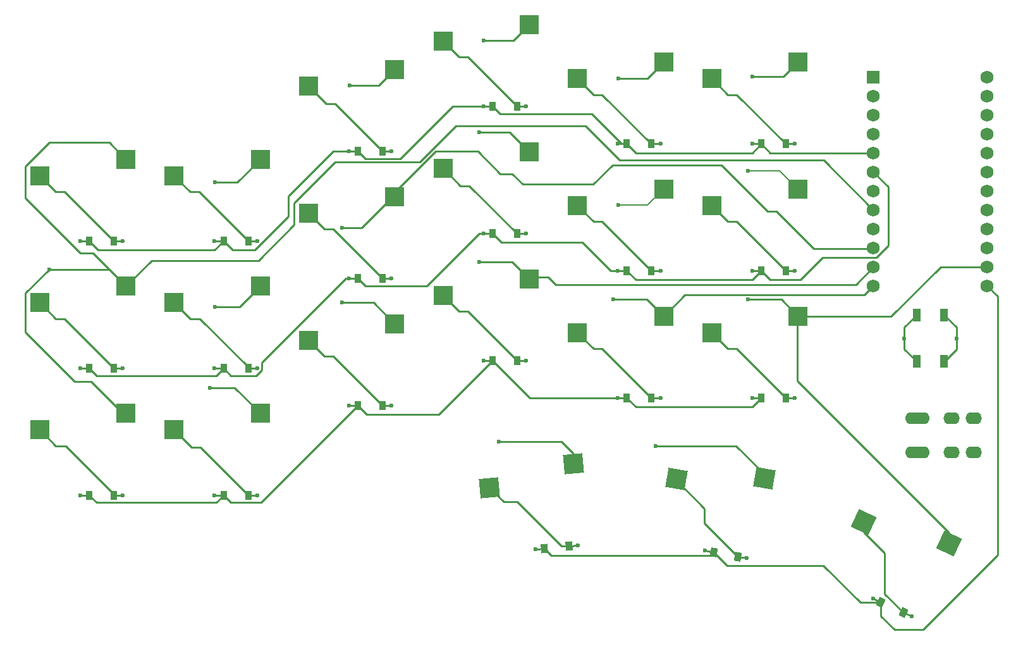
<source format=gbr>
%TF.GenerationSoftware,KiCad,Pcbnew,8.0.7*%
%TF.CreationDate,2024-12-30T14:18:56+04:00*%
%TF.ProjectId,ergoblock,6572676f-626c-46f6-936b-2e6b69636164,v1.0.0*%
%TF.SameCoordinates,Original*%
%TF.FileFunction,Copper,L1,Top*%
%TF.FilePolarity,Positive*%
%FSLAX46Y46*%
G04 Gerber Fmt 4.6, Leading zero omitted, Abs format (unit mm)*
G04 Created by KiCad (PCBNEW 8.0.7) date 2024-12-30 14:18:56*
%MOMM*%
%LPD*%
G01*
G04 APERTURE LIST*
G04 Aperture macros list*
%AMRotRect*
0 Rectangle, with rotation*
0 The origin of the aperture is its center*
0 $1 length*
0 $2 width*
0 $3 Rotation angle, in degrees counterclockwise*
0 Add horizontal line*
21,1,$1,$2,0,0,$3*%
G04 Aperture macros list end*
%TA.AperFunction,SMDPad,CuDef*%
%ADD10R,1.100000X1.800000*%
%TD*%
%TA.AperFunction,SMDPad,CuDef*%
%ADD11R,2.600000X2.600000*%
%TD*%
%TA.AperFunction,SMDPad,CuDef*%
%ADD12R,0.900000X1.200000*%
%TD*%
%TA.AperFunction,SMDPad,CuDef*%
%ADD13RotRect,2.600000X2.600000X350.000000*%
%TD*%
%TA.AperFunction,ComponentPad*%
%ADD14R,1.752600X1.752600*%
%TD*%
%TA.AperFunction,ComponentPad*%
%ADD15C,1.752600*%
%TD*%
%TA.AperFunction,ComponentPad*%
%ADD16C,0.600000*%
%TD*%
%TA.AperFunction,SMDPad,CuDef*%
%ADD17RotRect,2.600000X2.600000X5.000000*%
%TD*%
%TA.AperFunction,SMDPad,CuDef*%
%ADD18RotRect,0.900000X1.200000X335.000000*%
%TD*%
%TA.AperFunction,SMDPad,CuDef*%
%ADD19RotRect,0.900000X1.200000X5.000000*%
%TD*%
%TA.AperFunction,SMDPad,CuDef*%
%ADD20RotRect,0.900000X1.200000X350.000000*%
%TD*%
%TA.AperFunction,ComponentPad*%
%ADD21O,2.200000X1.600000*%
%TD*%
%TA.AperFunction,ComponentPad*%
%ADD22O,3.300000X1.600000*%
%TD*%
%TA.AperFunction,SMDPad,CuDef*%
%ADD23RotRect,2.600000X2.600000X335.000000*%
%TD*%
%TA.AperFunction,ViaPad*%
%ADD24C,0.600000*%
%TD*%
%TA.AperFunction,Conductor*%
%ADD25C,0.250000*%
%TD*%
%TA.AperFunction,Conductor*%
%ADD26C,0.200000*%
%TD*%
G04 APERTURE END LIST*
D10*
%TO.P,B1,1*%
%TO.N,GND*%
X262850000Y-130900000D03*
X262850000Y-137100000D03*
%TO.P,B1,2*%
%TO.N,RST*%
X259150000Y-130900000D03*
X259150000Y-137100000D03*
%TD*%
D11*
%TO.P,S6,1*%
%TO.N,P15*%
X171275000Y-110050000D03*
%TO.P,S6,2*%
%TO.N,pinkie_top*%
X159725000Y-112250000D03*
%TD*%
%TO.P,S1,1*%
%TO.N,P18*%
X153275000Y-144050000D03*
%TO.P,S1,2*%
%TO.N,outer_bottom*%
X141725000Y-146250000D03*
%TD*%
D12*
%TO.P,D3,1*%
%TO.N,P21*%
X148350000Y-121000000D03*
%TO.P,D3,2*%
%TO.N,outer_top*%
X151650000Y-121000000D03*
%TD*%
%TO.P,D6,1*%
%TO.N,P21*%
X166350000Y-121000000D03*
%TO.P,D6,2*%
%TO.N,pinkie_top*%
X169650000Y-121000000D03*
%TD*%
%TO.P,D14,1*%
%TO.N,P20*%
X220350000Y-125000000D03*
%TO.P,D14,2*%
%TO.N,index_home*%
X223650000Y-125000000D03*
%TD*%
D11*
%TO.P,S10,1*%
%TO.N,P16*%
X207275000Y-126050000D03*
%TO.P,S10,2*%
%TO.N,middle_bottom*%
X195725000Y-128250000D03*
%TD*%
D12*
%TO.P,D10,1*%
%TO.N,P19*%
X202350000Y-137000000D03*
%TO.P,D10,2*%
%TO.N,middle_bottom*%
X205650000Y-137000000D03*
%TD*%
%TO.P,D8,1*%
%TO.N,P20*%
X184350000Y-126000000D03*
%TO.P,D8,2*%
%TO.N,ring_home*%
X187650000Y-126000000D03*
%TD*%
D13*
%TO.P,S20,1*%
%TO.N,P10*%
X238758452Y-152709092D03*
%TO.P,S20,2*%
%TO.N,middle_cluster*%
X227001897Y-152870032D03*
%TD*%
D14*
%TO.P,MCU1,1*%
%TO.N,RAW*%
X253380000Y-99030000D03*
D15*
%TO.P,MCU1,2*%
%TO.N,GND*%
X253380000Y-101570000D03*
%TO.P,MCU1,3*%
%TO.N,RST*%
X253380000Y-104110000D03*
%TO.P,MCU1,4*%
%TO.N,VCC*%
X253380000Y-106650000D03*
%TO.P,MCU1,5*%
%TO.N,P21*%
X253380000Y-109190000D03*
%TO.P,MCU1,6*%
%TO.N,P20*%
X253380000Y-111730000D03*
%TO.P,MCU1,7*%
%TO.N,P19*%
X253380000Y-114270000D03*
%TO.P,MCU1,8*%
%TO.N,P18*%
X253380000Y-116810000D03*
%TO.P,MCU1,9*%
%TO.N,P15*%
X253380000Y-119350000D03*
%TO.P,MCU1,10*%
%TO.N,P14*%
X253380000Y-121890000D03*
%TO.P,MCU1,11*%
%TO.N,P16*%
X253380000Y-124430000D03*
%TO.P,MCU1,12*%
%TO.N,P10*%
X253380000Y-126970000D03*
%TO.P,MCU1,13*%
%TO.N,P1*%
X268620000Y-99030000D03*
%TO.P,MCU1,14*%
%TO.N,P0*%
X268620000Y-101570000D03*
%TO.P,MCU1,15*%
%TO.N,GND*%
X268620000Y-104110000D03*
%TO.P,MCU1,16*%
X268620000Y-106650000D03*
%TO.P,MCU1,17*%
%TO.N,P2*%
X268620000Y-109190000D03*
%TO.P,MCU1,18*%
%TO.N,P3*%
X268620000Y-111730000D03*
%TO.P,MCU1,19*%
%TO.N,P4*%
X268620000Y-114270000D03*
%TO.P,MCU1,20*%
%TO.N,P5*%
X268620000Y-116810000D03*
%TO.P,MCU1,21*%
%TO.N,P6*%
X268620000Y-119350000D03*
%TO.P,MCU1,22*%
%TO.N,P7*%
X268620000Y-121890000D03*
%TO.P,MCU1,23*%
%TO.N,P8*%
X268620000Y-124430000D03*
%TO.P,MCU1,24*%
%TO.N,P9*%
X268620000Y-126970000D03*
%TD*%
D12*
%TO.P,D17,1*%
%TO.N,P20*%
X238350000Y-125000000D03*
%TO.P,D17,2*%
%TO.N,inner_home*%
X241650000Y-125000000D03*
%TD*%
D11*
%TO.P,S14,1*%
%TO.N,P10*%
X225275000Y-114050000D03*
%TO.P,S14,2*%
%TO.N,index_home*%
X213725000Y-116250000D03*
%TD*%
%TO.P,S2,1*%
%TO.N,P18*%
X153275000Y-127050000D03*
%TO.P,S2,2*%
%TO.N,outer_home*%
X141725000Y-129250000D03*
%TD*%
%TO.P,S3,1*%
%TO.N,P18*%
X153275000Y-110050000D03*
%TO.P,S3,2*%
%TO.N,outer_top*%
X141725000Y-112250000D03*
%TD*%
D16*
%TO.P,REF\u002A\u002A,1*%
%TO.N,RST*%
X257500000Y-134000000D03*
%TD*%
D12*
%TO.P,D12,1*%
%TO.N,P21*%
X202350000Y-103000000D03*
%TO.P,D12,2*%
%TO.N,middle_top*%
X205650000Y-103000000D03*
%TD*%
%TO.P,D13,1*%
%TO.N,P19*%
X220350000Y-142000000D03*
%TO.P,D13,2*%
%TO.N,index_bottom*%
X223650000Y-142000000D03*
%TD*%
%TO.P,D11,1*%
%TO.N,P20*%
X202350000Y-120000000D03*
%TO.P,D11,2*%
%TO.N,middle_home*%
X205650000Y-120000000D03*
%TD*%
D11*
%TO.P,S13,1*%
%TO.N,P10*%
X225275000Y-131050000D03*
%TO.P,S13,2*%
%TO.N,index_bottom*%
X213725000Y-133250000D03*
%TD*%
D12*
%TO.P,D1,1*%
%TO.N,P19*%
X148350000Y-155000000D03*
%TO.P,D1,2*%
%TO.N,outer_bottom*%
X151650000Y-155000000D03*
%TD*%
D11*
%TO.P,S18,1*%
%TO.N,P8*%
X243275000Y-97050000D03*
%TO.P,S18,2*%
%TO.N,inner_top*%
X231725000Y-99250000D03*
%TD*%
%TO.P,S4,1*%
%TO.N,P15*%
X171275000Y-144050000D03*
%TO.P,S4,2*%
%TO.N,pinkie_bottom*%
X159725000Y-146250000D03*
%TD*%
D12*
%TO.P,D5,1*%
%TO.N,P20*%
X166350000Y-138000000D03*
%TO.P,D5,2*%
%TO.N,pinkie_home*%
X169650000Y-138000000D03*
%TD*%
D11*
%TO.P,S9,1*%
%TO.N,P14*%
X189275000Y-98050000D03*
%TO.P,S9,2*%
%TO.N,ring_top*%
X177725000Y-100250000D03*
%TD*%
%TO.P,S7,1*%
%TO.N,P14*%
X189275000Y-132050000D03*
%TO.P,S7,2*%
%TO.N,ring_bottom*%
X177725000Y-134250000D03*
%TD*%
%TO.P,S8,1*%
%TO.N,P14*%
X189275000Y-115050000D03*
%TO.P,S8,2*%
%TO.N,ring_home*%
X177725000Y-117250000D03*
%TD*%
D17*
%TO.P,S19,1*%
%TO.N,P16*%
X213243961Y-150787206D03*
%TO.P,S19,2*%
%TO.N,outer_cluster*%
X201929655Y-153985484D03*
%TD*%
D12*
%TO.P,D15,1*%
%TO.N,P21*%
X220350000Y-108000000D03*
%TO.P,D15,2*%
%TO.N,index_top*%
X223650000Y-108000000D03*
%TD*%
%TO.P,D18,1*%
%TO.N,P21*%
X238350000Y-108000000D03*
%TO.P,D18,2*%
%TO.N,inner_top*%
X241650000Y-108000000D03*
%TD*%
D18*
%TO.P,D21,1*%
%TO.N,P9*%
X254391501Y-169334219D03*
%TO.P,D21,2*%
%TO.N,inner_cluster*%
X257382317Y-170728859D03*
%TD*%
D12*
%TO.P,D7,1*%
%TO.N,P19*%
X184350000Y-143000000D03*
%TO.P,D7,2*%
%TO.N,ring_bottom*%
X187650000Y-143000000D03*
%TD*%
%TO.P,D2,1*%
%TO.N,P20*%
X148350000Y-138000000D03*
%TO.P,D2,2*%
%TO.N,outer_home*%
X151650000Y-138000000D03*
%TD*%
D11*
%TO.P,S15,1*%
%TO.N,P10*%
X225275000Y-97050000D03*
%TO.P,S15,2*%
%TO.N,index_top*%
X213725000Y-99250000D03*
%TD*%
%TO.P,S16,1*%
%TO.N,P8*%
X243275000Y-131050000D03*
%TO.P,S16,2*%
%TO.N,inner_bottom*%
X231725000Y-133250000D03*
%TD*%
D12*
%TO.P,D9,1*%
%TO.N,P21*%
X184350000Y-109000000D03*
%TO.P,D9,2*%
%TO.N,ring_top*%
X187650000Y-109000000D03*
%TD*%
D19*
%TO.P,D19,1*%
%TO.N,P9*%
X209292058Y-162124781D03*
%TO.P,D19,2*%
%TO.N,outer_cluster*%
X212579500Y-161837167D03*
%TD*%
D20*
%TO.P,D20,1*%
%TO.N,P9*%
X232006826Y-162637520D03*
%TO.P,D20,2*%
%TO.N,middle_cluster*%
X235256692Y-163210558D03*
%TD*%
D11*
%TO.P,S12,1*%
%TO.N,P16*%
X207275000Y-92050000D03*
%TO.P,S12,2*%
%TO.N,middle_top*%
X195725000Y-94250000D03*
%TD*%
%TO.P,S5,1*%
%TO.N,P15*%
X171275000Y-127050000D03*
%TO.P,S5,2*%
%TO.N,pinkie_home*%
X159725000Y-129250000D03*
%TD*%
%TO.P,S11,1*%
%TO.N,P16*%
X207275000Y-109050000D03*
%TO.P,S11,2*%
%TO.N,middle_home*%
X195725000Y-111250000D03*
%TD*%
D12*
%TO.P,D4,1*%
%TO.N,P19*%
X166350000Y-155000000D03*
%TO.P,D4,2*%
%TO.N,pinkie_bottom*%
X169650000Y-155000000D03*
%TD*%
D21*
%TO.P,TRRS1,2*%
%TO.N,P3*%
X266800000Y-144700000D03*
X266800000Y-149300000D03*
%TO.P,TRRS1,3*%
%TO.N,GND*%
X263800000Y-144700000D03*
X263800000Y-149300000D03*
D22*
%TO.P,TRRS1,4*%
%TO.N,VCC*%
X259250000Y-144700000D03*
X259250000Y-149300000D03*
%TD*%
D23*
%TO.P,S21,1*%
%TO.N,P8*%
X263482737Y-161491543D03*
%TO.P,S21,2*%
%TO.N,inner_cluster*%
X252085122Y-158604180D03*
%TD*%
D11*
%TO.P,S17,1*%
%TO.N,P8*%
X243275000Y-114050000D03*
%TO.P,S17,2*%
%TO.N,inner_home*%
X231725000Y-116250000D03*
%TD*%
D16*
%TO.P,REF\u002A\u002A,1*%
%TO.N,GND*%
X264500000Y-134000000D03*
%TD*%
D12*
%TO.P,D16,1*%
%TO.N,P19*%
X238350000Y-142000000D03*
%TO.P,D16,2*%
%TO.N,inner_bottom*%
X241650000Y-142000000D03*
%TD*%
D24*
%TO.N,P18*%
X142975000Y-124800000D03*
%TO.N,outer_bottom*%
X152850000Y-155000000D03*
%TO.N,outer_home*%
X152850000Y-138000000D03*
%TO.N,outer_top*%
X152850000Y-121000000D03*
%TO.N,P15*%
X165200000Y-113150000D03*
X165200000Y-129800000D03*
X164550000Y-140600000D03*
%TO.N,pinkie_bottom*%
X170850000Y-155000000D03*
%TO.N,pinkie_home*%
X170850000Y-138000000D03*
%TO.N,pinkie_top*%
X170850000Y-121000000D03*
%TO.N,P14*%
X183200000Y-100198766D03*
X182233148Y-119200000D03*
X182233148Y-129200000D03*
%TO.N,ring_bottom*%
X188850000Y-143000000D03*
%TO.N,ring_home*%
X188850000Y-126000000D03*
%TO.N,ring_top*%
X188850000Y-109000000D03*
%TO.N,P16*%
X203180404Y-147819596D03*
X201200000Y-94200000D03*
X200550000Y-123800000D03*
X200550000Y-106400000D03*
%TO.N,middle_bottom*%
X206850000Y-137000000D03*
%TO.N,middle_home*%
X206850000Y-120000000D03*
%TO.N,middle_top*%
X206850000Y-103000000D03*
%TO.N,P10*%
X224200000Y-148400000D03*
X218550000Y-128800000D03*
X219200000Y-99200000D03*
X219200000Y-116200000D03*
%TO.N,index_bottom*%
X224850000Y-142000000D03*
%TO.N,index_home*%
X224850000Y-125000000D03*
%TO.N,index_top*%
X224850000Y-108000000D03*
%TO.N,P8*%
X236550000Y-111600000D03*
X237200000Y-99000000D03*
X236550000Y-128800000D03*
%TO.N,inner_bottom*%
X242850000Y-142000000D03*
%TO.N,inner_home*%
X242850000Y-125000000D03*
%TO.N,inner_top*%
X242850000Y-108000000D03*
%TO.N,outer_cluster*%
X213774934Y-161732580D03*
%TO.N,middle_cluster*%
X236438461Y-163418936D03*
%TO.N,inner_cluster*%
X258469886Y-171236001D03*
%TO.N,P19*%
X237150000Y-142000000D03*
X165150000Y-155000000D03*
X147150000Y-155000000D03*
X183150000Y-143000000D03*
X201150000Y-137000000D03*
X219150000Y-142000000D03*
%TO.N,P20*%
X237150000Y-125000000D03*
X219150000Y-125000000D03*
X201150000Y-120000000D03*
X147150000Y-138000000D03*
X165150000Y-138000000D03*
X183150000Y-126000000D03*
%TO.N,P21*%
X219150000Y-108000000D03*
X165150000Y-121000000D03*
X147150000Y-121000000D03*
X237150000Y-108000000D03*
X201150000Y-103000000D03*
X183150000Y-109000000D03*
%TO.N,P9*%
X230825057Y-162429142D03*
X253303932Y-168827077D03*
X208096624Y-162229367D03*
%TD*%
D25*
%TO.N,P18*%
X153275000Y-127050000D02*
X156725000Y-123600000D01*
X152850000Y-144050000D02*
X148600000Y-139800000D01*
X181275000Y-110450000D02*
X192638604Y-110450000D01*
X175800000Y-118800000D02*
X175800000Y-115925000D01*
X214800000Y-105600000D02*
X219400000Y-110200000D01*
X147200000Y-122600000D02*
X139800000Y-115200000D01*
X148600000Y-139800000D02*
X146400000Y-139800000D01*
X153275000Y-127050000D02*
X148825000Y-122600000D01*
X148825000Y-122600000D02*
X147200000Y-122600000D01*
X192638604Y-110450000D02*
X197488604Y-105600000D01*
X139800000Y-110975000D02*
X142975000Y-107800000D01*
X156725000Y-123600000D02*
X171000000Y-123600000D01*
X246770000Y-110200000D02*
X253380000Y-116810000D01*
X139800000Y-127975000D02*
X142975000Y-124800000D01*
X175800000Y-115925000D02*
X181275000Y-110450000D01*
X142975000Y-107800000D02*
X151025000Y-107800000D01*
X139800000Y-115200000D02*
X139800000Y-110975000D01*
X197488604Y-105600000D02*
X214800000Y-105600000D01*
X151025000Y-107800000D02*
X153275000Y-110050000D01*
X142975000Y-124800000D02*
X151025000Y-124800000D01*
X219400000Y-110200000D02*
X246770000Y-110200000D01*
X151025000Y-124800000D02*
X153275000Y-127050000D01*
X153275000Y-144050000D02*
X152850000Y-144050000D01*
X139800000Y-133200000D02*
X139800000Y-127975000D01*
X171000000Y-123600000D02*
X175800000Y-118800000D01*
X146400000Y-139800000D02*
X139800000Y-133200000D01*
%TO.N,outer_bottom*%
X143885000Y-148410000D02*
X141725000Y-146250000D01*
X151650000Y-154850000D02*
X145210000Y-148410000D01*
X151650000Y-155000000D02*
X151650000Y-154850000D01*
X151650000Y-155000000D02*
X152850000Y-155000000D01*
X145210000Y-148410000D02*
X143885000Y-148410000D01*
%TO.N,outer_home*%
X151650000Y-138000000D02*
X145050000Y-131400000D01*
X151650000Y-138000000D02*
X152850000Y-138000000D01*
X145050000Y-131400000D02*
X143875000Y-131400000D01*
X143875000Y-131400000D02*
X141725000Y-129250000D01*
%TO.N,outer_top*%
X151650000Y-121000000D02*
X152850000Y-121000000D01*
X143875000Y-114400000D02*
X141725000Y-112250000D01*
X145050000Y-114400000D02*
X143875000Y-114400000D01*
X151650000Y-121000000D02*
X145050000Y-114400000D01*
%TO.N,P15*%
X165200000Y-113150000D02*
X168175000Y-113150000D01*
X165200000Y-129800000D02*
X168525000Y-129800000D01*
X168525000Y-129800000D02*
X171275000Y-127050000D01*
X171275000Y-144050000D02*
X167825000Y-140600000D01*
X168175000Y-113150000D02*
X171275000Y-110050000D01*
X167825000Y-140600000D02*
X164550000Y-140600000D01*
%TO.N,pinkie_bottom*%
X162075000Y-148600000D02*
X159725000Y-146250000D01*
X169650000Y-155000000D02*
X163250000Y-148600000D01*
X169650000Y-155000000D02*
X170850000Y-155000000D01*
X163250000Y-148600000D02*
X162075000Y-148600000D01*
%TO.N,pinkie_home*%
X169650000Y-137850000D02*
X163200000Y-131400000D01*
X169650000Y-138000000D02*
X169650000Y-137850000D01*
X161875000Y-131400000D02*
X159725000Y-129250000D01*
X169650000Y-138000000D02*
X170850000Y-138000000D01*
X163200000Y-131400000D02*
X161875000Y-131400000D01*
%TO.N,pinkie_top*%
X169650000Y-121000000D02*
X163050000Y-114400000D01*
X163050000Y-114400000D02*
X161875000Y-114400000D01*
X169650000Y-121000000D02*
X170850000Y-121000000D01*
X161875000Y-114400000D02*
X159725000Y-112250000D01*
%TO.N,P14*%
X186425000Y-129200000D02*
X182233148Y-129200000D01*
X239200000Y-117000000D02*
X240400000Y-117000000D01*
X187126234Y-100198766D02*
X189275000Y-98050000D01*
X184880356Y-119200000D02*
X182233148Y-119200000D01*
X218466116Y-110800000D02*
X233000000Y-110800000D01*
X245400000Y-122000000D02*
X253270000Y-122000000D01*
X200400000Y-109000000D02*
X203400000Y-112000000D01*
X203400000Y-112000000D02*
X205000000Y-112000000D01*
X205000000Y-112000000D02*
X206400000Y-113400000D01*
X253270000Y-122000000D02*
X253380000Y-121890000D01*
X189030356Y-115050000D02*
X184880356Y-119200000D01*
X189275000Y-115050000D02*
X189030356Y-115050000D01*
X194725000Y-109000000D02*
X200400000Y-109000000D01*
X206400000Y-113400000D02*
X215866116Y-113400000D01*
X183200000Y-100198766D02*
X187126234Y-100198766D01*
X240400000Y-117000000D02*
X245400000Y-122000000D01*
X189275000Y-115050000D02*
X189275000Y-114450000D01*
X189275000Y-114450000D02*
X194725000Y-109000000D01*
X233000000Y-110800000D02*
X239200000Y-117000000D01*
X189275000Y-132050000D02*
X186425000Y-129200000D01*
X215866116Y-113400000D02*
X218466116Y-110800000D01*
%TO.N,ring_bottom*%
X181050000Y-136400000D02*
X179875000Y-136400000D01*
X179875000Y-136400000D02*
X177725000Y-134250000D01*
X187650000Y-143000000D02*
X188850000Y-143000000D01*
X187650000Y-143000000D02*
X181050000Y-136400000D01*
%TO.N,ring_home*%
X181050000Y-119400000D02*
X179875000Y-119400000D01*
X179875000Y-119400000D02*
X177725000Y-117250000D01*
X187650000Y-126000000D02*
X188850000Y-126000000D01*
X187650000Y-126000000D02*
X181050000Y-119400000D01*
%TO.N,ring_top*%
X181250000Y-102600000D02*
X180075000Y-102600000D01*
X187650000Y-109000000D02*
X188850000Y-109000000D01*
X180075000Y-102600000D02*
X177725000Y-100250000D01*
X187650000Y-109000000D02*
X181250000Y-102600000D01*
%TO.N,P16*%
X211581317Y-147819596D02*
X203180404Y-147819596D01*
X213243961Y-150787206D02*
X213243961Y-149482240D01*
X251010000Y-126800000D02*
X210800000Y-126800000D01*
X207275000Y-109050000D02*
X204625000Y-106400000D01*
X205025000Y-123800000D02*
X200550000Y-123800000D01*
X207525000Y-125800000D02*
X207275000Y-126050000D01*
X204625000Y-106400000D02*
X200550000Y-106400000D01*
X207275000Y-92050000D02*
X205125000Y-94200000D01*
X207275000Y-126050000D02*
X205025000Y-123800000D01*
X213243961Y-149482240D02*
X211581317Y-147819596D01*
X253380000Y-124430000D02*
X251010000Y-126800000D01*
X205125000Y-94200000D02*
X201200000Y-94200000D01*
X210800000Y-126800000D02*
X209800000Y-125800000D01*
X209800000Y-125800000D02*
X207525000Y-125800000D01*
%TO.N,middle_bottom*%
X205650000Y-137000000D02*
X206850000Y-137000000D01*
X199050000Y-130400000D02*
X197875000Y-130400000D01*
X197875000Y-130400000D02*
X195725000Y-128250000D01*
X205650000Y-137000000D02*
X199050000Y-130400000D01*
%TO.N,middle_home*%
X205650000Y-120000000D02*
X199250000Y-113600000D01*
X198075000Y-113600000D02*
X195725000Y-111250000D01*
X199250000Y-113600000D02*
X198075000Y-113600000D01*
X205650000Y-120000000D02*
X206850000Y-120000000D01*
%TO.N,middle_top*%
X205650000Y-103000000D02*
X206850000Y-103000000D01*
X197875000Y-96400000D02*
X195725000Y-94250000D01*
X205650000Y-103000000D02*
X199050000Y-96400000D01*
X199050000Y-96400000D02*
X197875000Y-96400000D01*
%TO.N,P10*%
X228125000Y-128200000D02*
X252150000Y-128200000D01*
X238758452Y-152158452D02*
X238758452Y-152709092D01*
X223025000Y-128800000D02*
X218550000Y-128800000D01*
X223125000Y-99200000D02*
X219200000Y-99200000D01*
X225275000Y-97050000D02*
X223125000Y-99200000D01*
X225275000Y-131050000D02*
X223025000Y-128800000D01*
D26*
X223125000Y-116200000D02*
X219200000Y-116200000D01*
D25*
X252150000Y-128200000D02*
X253380000Y-126970000D01*
X224200000Y-148400000D02*
X235000000Y-148400000D01*
X235000000Y-148400000D02*
X238758452Y-152158452D01*
D26*
X225275000Y-114050000D02*
X223125000Y-116200000D01*
D25*
X225275000Y-131050000D02*
X228125000Y-128200000D01*
%TO.N,index_bottom*%
X215875000Y-135400000D02*
X213725000Y-133250000D01*
X223650000Y-142000000D02*
X224850000Y-142000000D01*
X217050000Y-135400000D02*
X215875000Y-135400000D01*
X223650000Y-142000000D02*
X217050000Y-135400000D01*
%TO.N,index_home*%
X217050000Y-118400000D02*
X215875000Y-118400000D01*
X223650000Y-125000000D02*
X224850000Y-125000000D01*
X223650000Y-125000000D02*
X217050000Y-118400000D01*
X215875000Y-118400000D02*
X213725000Y-116250000D01*
%TO.N,index_top*%
X223650000Y-108000000D02*
X224850000Y-108000000D01*
X215875000Y-101400000D02*
X213725000Y-99250000D01*
X217050000Y-101400000D02*
X215875000Y-101400000D01*
X223650000Y-108000000D02*
X217050000Y-101400000D01*
%TO.N,P8*%
X263482737Y-160057152D02*
X243150000Y-139724415D01*
X255750000Y-131050000D02*
X262370000Y-124430000D01*
X243150000Y-131175000D02*
X243275000Y-131050000D01*
X243150000Y-139724415D02*
X243150000Y-131175000D01*
X262370000Y-124430000D02*
X268620000Y-124430000D01*
X243275000Y-97050000D02*
X241325000Y-99000000D01*
X243275000Y-131050000D02*
X241025000Y-128800000D01*
D26*
X243275000Y-114050000D02*
X240825000Y-111600000D01*
X240825000Y-111600000D02*
X236550000Y-111600000D01*
D25*
X243275000Y-131050000D02*
X255750000Y-131050000D01*
X241025000Y-128800000D02*
X236550000Y-128800000D01*
X263482737Y-161491543D02*
X263482737Y-160057152D01*
X241325000Y-99000000D02*
X237200000Y-99000000D01*
%TO.N,inner_bottom*%
X241650000Y-142000000D02*
X242850000Y-142000000D01*
X235050000Y-135400000D02*
X233875000Y-135400000D01*
X241650000Y-142000000D02*
X235050000Y-135400000D01*
X233875000Y-135400000D02*
X231725000Y-133250000D01*
%TO.N,inner_home*%
X235050000Y-118400000D02*
X233875000Y-118400000D01*
X241650000Y-125000000D02*
X235050000Y-118400000D01*
X233875000Y-118400000D02*
X231725000Y-116250000D01*
X241650000Y-125000000D02*
X242850000Y-125000000D01*
%TO.N,inner_top*%
X233875000Y-101400000D02*
X231725000Y-99250000D01*
X235050000Y-101400000D02*
X233875000Y-101400000D01*
X241650000Y-108000000D02*
X235050000Y-101400000D01*
X241650000Y-108000000D02*
X242850000Y-108000000D01*
%TO.N,outer_cluster*%
X212579500Y-161837167D02*
X211597167Y-161837167D01*
X203864171Y-155920000D02*
X201929655Y-153985484D01*
X211597167Y-161837167D02*
X205680000Y-155920000D01*
X212579500Y-161837167D02*
X213774934Y-161732580D01*
X205680000Y-155920000D02*
X203864171Y-155920000D01*
%TO.N,middle_cluster*%
X230770000Y-156790000D02*
X227001897Y-153021897D01*
X227001897Y-153021897D02*
X227001897Y-152870032D01*
X230770000Y-158723866D02*
X230770000Y-156790000D01*
X235256692Y-163210558D02*
X230770000Y-158723866D01*
X235256692Y-163210558D02*
X236438461Y-163418936D01*
%TO.N,inner_cluster*%
X257382317Y-170728859D02*
X254870000Y-168216542D01*
X254870000Y-168216542D02*
X254870000Y-162770000D01*
X257382317Y-170728859D02*
X258469886Y-171236001D01*
X254870000Y-162770000D02*
X252085122Y-159985122D01*
X252085122Y-159985122D02*
X252085122Y-158604180D01*
%TO.N,P19*%
X238350000Y-142000000D02*
X237150000Y-142000000D01*
X202350000Y-137000000D02*
X201150000Y-137000000D01*
X148350000Y-155000000D02*
X147150000Y-155000000D01*
X166350000Y-155000000D02*
X165150000Y-155000000D01*
X171350000Y-156000000D02*
X184350000Y-143000000D01*
X220350000Y-142000000D02*
X219150000Y-142000000D01*
X165350000Y-156000000D02*
X166350000Y-155000000D01*
X184350000Y-143000000D02*
X185550000Y-144200000D01*
X167350000Y-156000000D02*
X171350000Y-156000000D01*
X202350000Y-137000000D02*
X207350000Y-142000000D01*
X207350000Y-142000000D02*
X220350000Y-142000000D01*
X149350000Y-156000000D02*
X165350000Y-156000000D01*
X221550000Y-143200000D02*
X237150000Y-143200000D01*
X195150000Y-144200000D02*
X202350000Y-137000000D01*
X237150000Y-143200000D02*
X238350000Y-142000000D01*
X184350000Y-143000000D02*
X183150000Y-143000000D01*
X220350000Y-142000000D02*
X221550000Y-143200000D01*
X148350000Y-155000000D02*
X149350000Y-156000000D01*
X166350000Y-155000000D02*
X167350000Y-156000000D01*
X185550000Y-144200000D02*
X195150000Y-144200000D01*
%TO.N,P20*%
X184350000Y-126000000D02*
X185350000Y-127000000D01*
X218200000Y-125000000D02*
X220350000Y-125000000D01*
X149350000Y-139000000D02*
X165350000Y-139000000D01*
X184350000Y-126000000D02*
X183150000Y-126000000D01*
X167350000Y-139000000D02*
X170733884Y-139000000D01*
X165350000Y-139000000D02*
X166350000Y-138000000D01*
X255400000Y-121568895D02*
X255400000Y-113750000D01*
X148350000Y-138000000D02*
X149350000Y-139000000D01*
X171475000Y-137250000D02*
X182725000Y-126000000D01*
X182725000Y-126000000D02*
X184350000Y-126000000D01*
X221550000Y-126200000D02*
X237150000Y-126200000D01*
X185350000Y-127000000D02*
X193600000Y-127000000D01*
X202350000Y-120000000D02*
X201150000Y-120000000D01*
X202350000Y-120000000D02*
X203550000Y-121200000D01*
X148350000Y-138000000D02*
X147150000Y-138000000D01*
X246600000Y-123200000D02*
X253768895Y-123200000D01*
X170733884Y-139000000D02*
X171475000Y-138258884D01*
X237150000Y-126200000D02*
X238350000Y-125000000D01*
X239550000Y-126200000D02*
X243600000Y-126200000D01*
X243600000Y-126200000D02*
X246600000Y-123200000D01*
X203550000Y-121200000D02*
X214400000Y-121200000D01*
X193600000Y-127000000D02*
X200600000Y-120000000D01*
X253768895Y-123200000D02*
X255400000Y-121568895D01*
X214400000Y-121200000D02*
X218200000Y-125000000D01*
X255400000Y-113750000D02*
X253380000Y-111730000D01*
X220350000Y-125000000D02*
X221550000Y-126200000D01*
X166350000Y-138000000D02*
X167350000Y-139000000D01*
X200600000Y-120000000D02*
X202350000Y-120000000D01*
X238350000Y-125000000D02*
X239550000Y-126200000D01*
X171475000Y-138258884D02*
X171475000Y-137250000D01*
X238350000Y-125000000D02*
X237150000Y-125000000D01*
X220350000Y-125000000D02*
X219150000Y-125000000D01*
X166350000Y-138000000D02*
X165150000Y-138000000D01*
%TO.N,P21*%
X184350000Y-109000000D02*
X183150000Y-109000000D01*
X190000000Y-110000000D02*
X197000000Y-103000000D01*
X238350000Y-108000000D02*
X237150000Y-108000000D01*
X166350000Y-121000000D02*
X165150000Y-121000000D01*
X170533884Y-122200000D02*
X175000000Y-117733884D01*
X203350000Y-104000000D02*
X202350000Y-103000000D01*
X165150000Y-122200000D02*
X149550000Y-122200000D01*
X202350000Y-103000000D02*
X201150000Y-103000000D01*
X220350000Y-108000000D02*
X219650000Y-108000000D01*
X197000000Y-103000000D02*
X202350000Y-103000000D01*
X221550000Y-109200000D02*
X220350000Y-108000000D01*
X149550000Y-122200000D02*
X148350000Y-121000000D01*
X175000000Y-115000000D02*
X181000000Y-109000000D01*
X148350000Y-121000000D02*
X147150000Y-121000000D01*
X181000000Y-109000000D02*
X184350000Y-109000000D01*
X184350000Y-109000000D02*
X185350000Y-110000000D01*
X238350000Y-108000000D02*
X237150000Y-109200000D01*
X166350000Y-121000000D02*
X167550000Y-122200000D01*
X237150000Y-109200000D02*
X221550000Y-109200000D01*
X167550000Y-122200000D02*
X170533884Y-122200000D01*
X185350000Y-110000000D02*
X190000000Y-110000000D01*
X239540000Y-109190000D02*
X238350000Y-108000000D01*
X166350000Y-121000000D02*
X165150000Y-122200000D01*
X219650000Y-108000000D02*
X215650000Y-104000000D01*
X253380000Y-109190000D02*
X239540000Y-109190000D01*
X220350000Y-108000000D02*
X219150000Y-108000000D01*
X215650000Y-104000000D02*
X203350000Y-104000000D01*
X175000000Y-117733884D02*
X175000000Y-115000000D01*
%TO.N,P9*%
X209292057Y-162124781D02*
X208096624Y-162229367D01*
X209292058Y-162124781D02*
X210237277Y-163070000D01*
X210237277Y-163070000D02*
X231574346Y-163070000D01*
X246690000Y-164400000D02*
X251624219Y-169334219D01*
X254391501Y-171191501D02*
X254391501Y-169334219D01*
X254391501Y-169334219D02*
X253303932Y-168827077D01*
X270000000Y-163000000D02*
X260000000Y-173000000D01*
X232006826Y-162637519D02*
X230825057Y-162429142D01*
X268620000Y-126970000D02*
X270000000Y-128350000D01*
X233769306Y-164400000D02*
X246690000Y-164400000D01*
X251624219Y-169334219D02*
X254391501Y-169334219D01*
X260000000Y-173000000D02*
X256200000Y-173000000D01*
X270000000Y-128350000D02*
X270000000Y-163000000D01*
X231574346Y-163070000D02*
X232006826Y-162637520D01*
X256200000Y-173000000D02*
X254391501Y-171191501D01*
X232006826Y-162637520D02*
X233769306Y-164400000D01*
%TO.N,GND*%
X264500000Y-132550000D02*
X262850000Y-130900000D01*
X262910000Y-137100000D02*
X262850000Y-137100000D01*
X264500000Y-135510000D02*
X262910000Y-137100000D01*
X264500000Y-134000000D02*
X264500000Y-135510000D01*
X264500000Y-134000000D02*
X264500000Y-132550000D01*
%TO.N,RST*%
X257500000Y-134000000D02*
X257500000Y-132550000D01*
X257500000Y-135450000D02*
X259150000Y-137100000D01*
X257500000Y-132550000D02*
X259150000Y-130900000D01*
X257500000Y-134000000D02*
X257500000Y-135450000D01*
%TD*%
M02*

</source>
